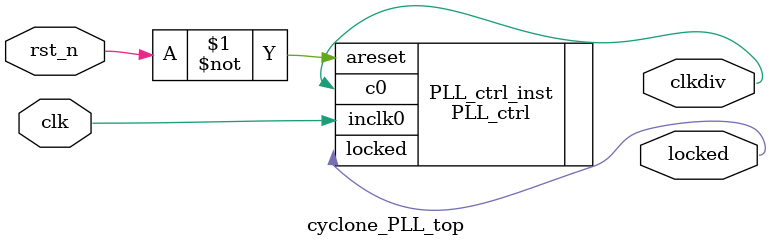
<source format=v>
`timescale 1ns / 1ps
module cyclone_PLL_top(
				clk,rst_n,
				clkdiv,locked
			);

input clk;		//25MHzÏµÍ³Íâ²¿ÊäÈëÊ±ÖÓ
input rst_n;	//ÏµÍ³¸´Î»ÐÅºÅ£¬µÍµçÆ½ÓÐÐ§

output clkdiv;	//PLLÊä³öÊ±ÖÓ
output locked;	//ÎÈ¶¨PLLÊä³ö±êÖ¾Î»£¬¸ßÓÐÐ§

//PLL²úÉúÄ£¿é
//²úÉúÒ»¸öÏµÍ³ÊäÈëÊ±ÖÓ2±¶Æµ£¬ÏàÒÆ0¶ÈµÄÊ±ÖÓ
PLL_ctrl	PLL_ctrl_inst (
				.areset(~rst_n),	//PLLÒì²½¸´Î»ÐÅºÅ,¸ßÓÐÐ§
				.inclk0(clk),		//PLLÊäÈëÊ±ÖÓ
				.c0(clkdiv),		//PLLÊä³öÊ±ÖÓ
				.locked(locked)		//ÎÈ¶¨PLLÊä³ö±êÖ¾Î»£¬¸ßÓÐÐ§
			);


endmodule


</source>
